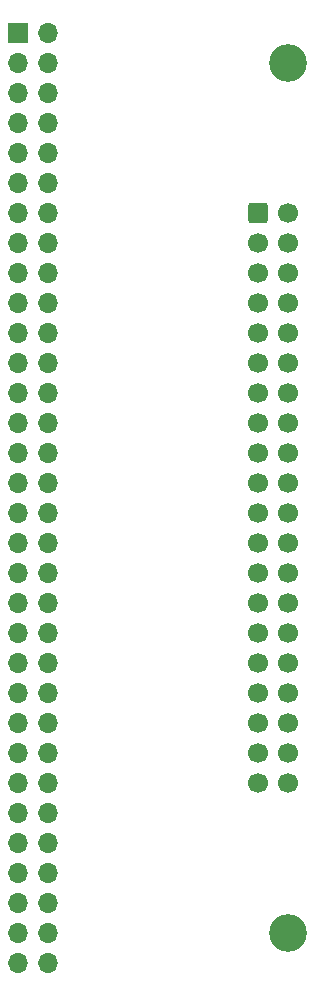
<source format=gbr>
%TF.GenerationSoftware,KiCad,Pcbnew,6.0.3*%
%TF.CreationDate,2022-03-22T19:26:19+01:00*%
%TF.ProjectId,lcdbrd,6c636462-7264-42e6-9b69-6361645f7063,rev?*%
%TF.SameCoordinates,Original*%
%TF.FileFunction,Soldermask,Bot*%
%TF.FilePolarity,Negative*%
%FSLAX46Y46*%
G04 Gerber Fmt 4.6, Leading zero omitted, Abs format (unit mm)*
G04 Created by KiCad (PCBNEW 6.0.3) date 2022-03-22 19:26:19*
%MOMM*%
%LPD*%
G01*
G04 APERTURE LIST*
G04 Aperture macros list*
%AMRoundRect*
0 Rectangle with rounded corners*
0 $1 Rounding radius*
0 $2 $3 $4 $5 $6 $7 $8 $9 X,Y pos of 4 corners*
0 Add a 4 corners polygon primitive as box body*
4,1,4,$2,$3,$4,$5,$6,$7,$8,$9,$2,$3,0*
0 Add four circle primitives for the rounded corners*
1,1,$1+$1,$2,$3*
1,1,$1+$1,$4,$5*
1,1,$1+$1,$6,$7*
1,1,$1+$1,$8,$9*
0 Add four rect primitives between the rounded corners*
20,1,$1+$1,$2,$3,$4,$5,0*
20,1,$1+$1,$4,$5,$6,$7,0*
20,1,$1+$1,$6,$7,$8,$9,0*
20,1,$1+$1,$8,$9,$2,$3,0*%
G04 Aperture macros list end*
%ADD10RoundRect,0.250000X-0.600000X-0.600000X0.600000X-0.600000X0.600000X0.600000X-0.600000X0.600000X0*%
%ADD11C,1.700000*%
%ADD12C,3.200000*%
%ADD13R,1.700000X1.700000*%
%ADD14O,1.700000X1.700000*%
G04 APERTURE END LIST*
D10*
%TO.C,J2*%
X96520000Y-63500000D03*
D11*
X99060000Y-63500000D03*
X96520000Y-66040000D03*
X99060000Y-66040000D03*
X96520000Y-68580000D03*
X99060000Y-68580000D03*
X96520000Y-71120000D03*
X99060000Y-71120000D03*
X96520000Y-73660000D03*
X99060000Y-73660000D03*
X96520000Y-76200000D03*
X99060000Y-76200000D03*
X96520000Y-78740000D03*
X99060000Y-78740000D03*
X96520000Y-81280000D03*
X99060000Y-81280000D03*
X96520000Y-83820000D03*
X99060000Y-83820000D03*
X96520000Y-86360000D03*
X99060000Y-86360000D03*
X96520000Y-88900000D03*
X99060000Y-88900000D03*
X96520000Y-91440000D03*
X99060000Y-91440000D03*
X96520000Y-93980000D03*
X99060000Y-93980000D03*
X96520000Y-96520000D03*
X99060000Y-96520000D03*
X96520000Y-99060000D03*
X99060000Y-99060000D03*
X96520000Y-101600000D03*
X99060000Y-101600000D03*
X96520000Y-104140000D03*
X99060000Y-104140000D03*
X96520000Y-106680000D03*
X99060000Y-106680000D03*
X96520000Y-109220000D03*
X99060000Y-109220000D03*
X96520000Y-111760000D03*
X99060000Y-111760000D03*
%TD*%
D12*
%TO.C,REF\u002A\u002A*%
X99060000Y-124460000D03*
%TD*%
%TO.C,REF\u002A\u002A*%
X99060000Y-50800000D03*
%TD*%
D13*
%TO.C,J1*%
X76200000Y-48260000D03*
D14*
X78740000Y-48260000D03*
X76200000Y-50800000D03*
X78740000Y-50800000D03*
X76200000Y-53340000D03*
X78740000Y-53340000D03*
X76200000Y-55880000D03*
X78740000Y-55880000D03*
X76200000Y-58420000D03*
X78740000Y-58420000D03*
X76200000Y-60960000D03*
X78740000Y-60960000D03*
X76200000Y-63500000D03*
X78740000Y-63500000D03*
X76200000Y-66040000D03*
X78740000Y-66040000D03*
X76200000Y-68580000D03*
X78740000Y-68580000D03*
X76200000Y-71120000D03*
X78740000Y-71120000D03*
X76200000Y-73660000D03*
X78740000Y-73660000D03*
X76200000Y-76200000D03*
X78740000Y-76200000D03*
X76200000Y-78740000D03*
X78740000Y-78740000D03*
X76200000Y-81280000D03*
X78740000Y-81280000D03*
X76200000Y-83820000D03*
X78740000Y-83820000D03*
X76200000Y-86360000D03*
X78740000Y-86360000D03*
X76200000Y-88900000D03*
X78740000Y-88900000D03*
X76200000Y-91440000D03*
X78740000Y-91440000D03*
X76200000Y-93980000D03*
X78740000Y-93980000D03*
X76200000Y-96520000D03*
X78740000Y-96520000D03*
X76200000Y-99060000D03*
X78740000Y-99060000D03*
X76200000Y-101600000D03*
X78740000Y-101600000D03*
X76200000Y-104140000D03*
X78740000Y-104140000D03*
X76200000Y-106680000D03*
X78740000Y-106680000D03*
X76200000Y-109220000D03*
X78740000Y-109220000D03*
X76200000Y-111760000D03*
X78740000Y-111760000D03*
X76200000Y-114300000D03*
X78740000Y-114300000D03*
X76200000Y-116840000D03*
X78740000Y-116840000D03*
X76200000Y-119380000D03*
X78740000Y-119380000D03*
X76200000Y-121920000D03*
X78740000Y-121920000D03*
X76200000Y-124460000D03*
X78740000Y-124460000D03*
X76200000Y-127000000D03*
X78740000Y-127000000D03*
%TD*%
M02*

</source>
